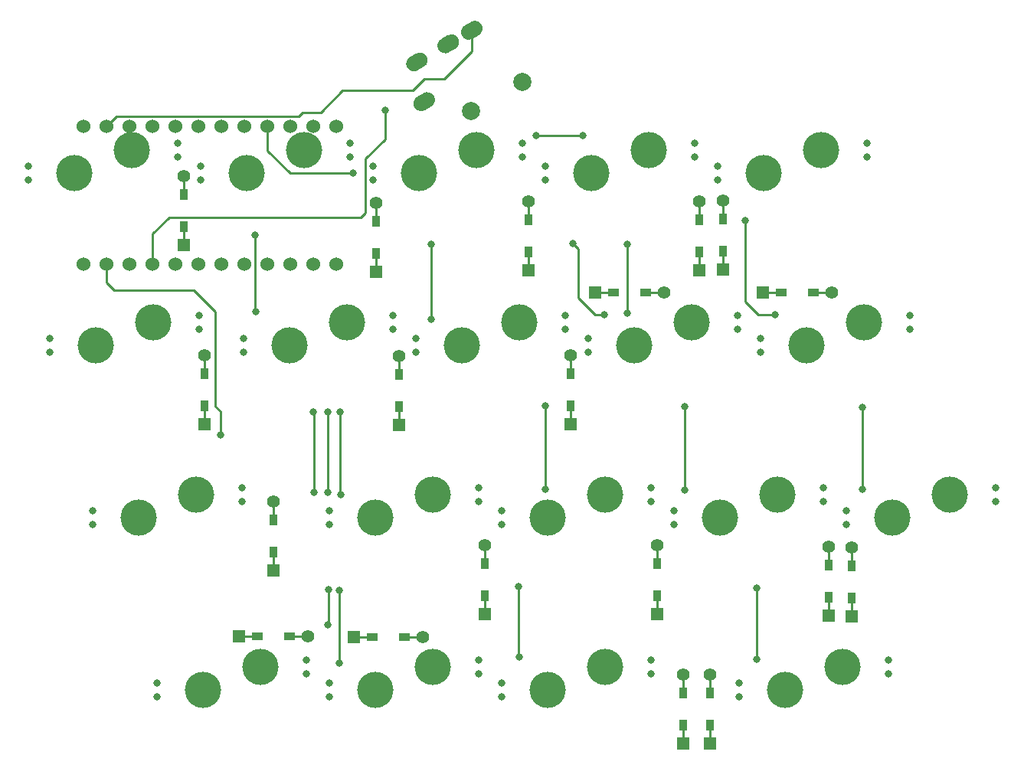
<source format=gbr>
G04 #@! TF.GenerationSoftware,KiCad,Pcbnew,(5.1.6-0-10_14)*
G04 #@! TF.CreationDate,2022-03-05T18:22:03+09:00*
G04 #@! TF.ProjectId,cool936,636f6f6c-3933-4362-9e6b-696361645f70,rev?*
G04 #@! TF.SameCoordinates,Original*
G04 #@! TF.FileFunction,Copper,L1,Top*
G04 #@! TF.FilePolarity,Positive*
%FSLAX46Y46*%
G04 Gerber Fmt 4.6, Leading zero omitted, Abs format (unit mm)*
G04 Created by KiCad (PCBNEW (5.1.6-0-10_14)) date 2022-03-05 18:22:03*
%MOMM*%
%LPD*%
G01*
G04 APERTURE LIST*
G04 #@! TA.AperFunction,ComponentPad*
%ADD10C,2.000000*%
G04 #@! TD*
G04 #@! TA.AperFunction,ViaPad*
%ADD11C,4.000000*%
G04 #@! TD*
G04 #@! TA.AperFunction,ViaPad*
%ADD12C,0.800000*%
G04 #@! TD*
G04 #@! TA.AperFunction,ComponentPad*
%ADD13C,1.524000*%
G04 #@! TD*
G04 #@! TA.AperFunction,SMDPad,CuDef*
%ADD14R,0.950000X1.300000*%
G04 #@! TD*
G04 #@! TA.AperFunction,ComponentPad*
%ADD15C,1.397000*%
G04 #@! TD*
G04 #@! TA.AperFunction,ComponentPad*
%ADD16R,1.397000X1.397000*%
G04 #@! TD*
G04 #@! TA.AperFunction,SMDPad,CuDef*
%ADD17R,1.300000X0.950000*%
G04 #@! TD*
G04 #@! TA.AperFunction,Conductor*
%ADD18C,0.250000*%
G04 #@! TD*
G04 APERTURE END LIST*
D10*
X74324583Y12685000D03*
X68695417Y9435000D03*
D11*
X38259000Y-33020000D03*
X31909000Y-35560000D03*
D12*
X26829000Y-34798000D03*
X43339000Y-32258000D03*
X26829000Y-36322000D03*
X43339000Y-33782000D03*
D11*
X45402500Y-52070000D03*
X39052500Y-54610000D03*
D12*
X33972500Y-53848000D03*
X50482500Y-51308000D03*
X33972500Y-55372000D03*
X50482500Y-52832000D03*
D11*
X33496000Y-13970000D03*
X27146000Y-16510000D03*
D12*
X22066000Y-15748000D03*
X38576000Y-13208000D03*
X22066000Y-17272000D03*
X38576000Y-14732000D03*
D11*
X88265000Y5080000D03*
X81915000Y2540000D03*
D12*
X76835000Y3302000D03*
X93345000Y5842000D03*
X76835000Y1778000D03*
X93345000Y4318000D03*
D11*
X83502500Y-52070000D03*
X77152500Y-54610000D03*
D12*
X72072500Y-53848000D03*
X88582500Y-51308000D03*
X72072500Y-55372000D03*
X88582500Y-52832000D03*
D11*
X64452500Y-52070000D03*
X58102500Y-54610000D03*
D12*
X53022500Y-53848000D03*
X69532500Y-51308000D03*
X53022500Y-55372000D03*
X69532500Y-52832000D03*
G04 #@! TA.AperFunction,ComponentPad*
G36*
G01*
X69513526Y17822531D02*
X68820706Y17422531D01*
G75*
G02*
X67659584Y17733653I-425000J736122D01*
G01*
X67659584Y17733653D01*
G75*
G02*
X67970706Y18894775I736122J425000D01*
G01*
X68663526Y19294775D01*
G75*
G02*
X69824648Y18983653I425000J-736122D01*
G01*
X69824648Y18983653D01*
G75*
G02*
X69513526Y17822531I-736122J-425000D01*
G01*
G37*
G04 #@! TD.AperFunction*
G04 #@! TA.AperFunction,ComponentPad*
G36*
G01*
X66915450Y16322531D02*
X66222630Y15922531D01*
G75*
G02*
X65061508Y16233653I-425000J736122D01*
G01*
X65061508Y16233653D01*
G75*
G02*
X65372630Y17394775I736122J425000D01*
G01*
X66065450Y17794775D01*
G75*
G02*
X67226572Y17483653I425000J-736122D01*
G01*
X67226572Y17483653D01*
G75*
G02*
X66915450Y16322531I-736122J-425000D01*
G01*
G37*
G04 #@! TD.AperFunction*
G04 #@! TA.AperFunction,ComponentPad*
G36*
G01*
X63451348Y14322531D02*
X62758528Y13922531D01*
G75*
G02*
X61597406Y14233653I-425000J736122D01*
G01*
X61597406Y14233653D01*
G75*
G02*
X61908528Y15394775I736122J425000D01*
G01*
X62601348Y15794775D01*
G75*
G02*
X63762470Y15483653I425000J-736122D01*
G01*
X63762470Y15483653D01*
G75*
G02*
X63451348Y14322531I-736122J-425000D01*
G01*
G37*
G04 #@! TD.AperFunction*
G04 #@! TA.AperFunction,ComponentPad*
G36*
G01*
X64252310Y9935225D02*
X63559490Y9535225D01*
G75*
G02*
X62398368Y9846347I-425000J736122D01*
G01*
X62398368Y9846347D01*
G75*
G02*
X62709490Y11007469I736122J425000D01*
G01*
X63402310Y11407469D01*
G75*
G02*
X64563432Y11096347I425000J-736122D01*
G01*
X64563432Y11096347D01*
G75*
G02*
X64252310Y9935225I-736122J-425000D01*
G01*
G37*
G04 #@! TD.AperFunction*
D13*
X25852000Y-7518600D03*
X28392000Y-7518600D03*
X30932000Y-7518600D03*
X33472000Y-7518600D03*
X36012000Y-7518600D03*
X38552000Y-7518600D03*
X41092000Y-7518600D03*
X43632000Y-7518600D03*
X46172000Y-7518600D03*
X48712000Y-7518600D03*
X51252000Y-7518600D03*
X53792000Y-7518600D03*
X53792000Y7701400D03*
X51252000Y7701400D03*
X48712000Y7701400D03*
X46172000Y7701400D03*
X43632000Y7701400D03*
X41092000Y7701400D03*
X38552000Y7701400D03*
X36012000Y7701400D03*
X33472000Y7701400D03*
X30932000Y7701400D03*
X28392000Y7701400D03*
X25852000Y7701400D03*
D11*
X102552500Y-33020000D03*
X96202500Y-35560000D03*
D12*
X91122500Y-34798000D03*
X107632500Y-32258000D03*
X91122500Y-36322000D03*
X107632500Y-33782000D03*
X114776500Y-52832000D03*
X98266500Y-55372000D03*
X114776500Y-51308000D03*
X98266500Y-53848000D03*
D11*
X103346500Y-54610000D03*
X109696500Y-52070000D03*
D14*
X36880000Y195000D03*
D15*
X36880000Y2230000D03*
D16*
X36880000Y-5390000D03*
D14*
X36880000Y-3355000D03*
X58200000Y-2735000D03*
D15*
X58200000Y-700000D03*
D16*
X58200000Y-8320000D03*
D14*
X58200000Y-6285000D03*
X75040000Y-2595000D03*
D15*
X75040000Y-560000D03*
D16*
X75040000Y-8180000D03*
D14*
X75040000Y-6145000D03*
X93900000Y-2625000D03*
D15*
X93900000Y-590000D03*
D16*
X93900000Y-8210000D03*
D14*
X93900000Y-6175000D03*
X96480000Y-2535000D03*
D15*
X96480000Y-500000D03*
D16*
X96480000Y-8120000D03*
D14*
X96480000Y-6085000D03*
D11*
X121602500Y-33020000D03*
X115252500Y-35560000D03*
D12*
X110172500Y-34798000D03*
X126682500Y-32258000D03*
X110172500Y-36322000D03*
X126682500Y-33782000D03*
D11*
X107315000Y5080000D03*
X100965000Y2540000D03*
D12*
X95885000Y3302000D03*
X112395000Y5842000D03*
X95885000Y1778000D03*
X112395000Y4318000D03*
D11*
X54927500Y-13970000D03*
X48577500Y-16510000D03*
D12*
X43497500Y-15748000D03*
X60007500Y-13208000D03*
X43497500Y-17272000D03*
X60007500Y-14732000D03*
D11*
X73977500Y-13970000D03*
X67627500Y-16510000D03*
D12*
X62547500Y-15748000D03*
X79057500Y-13208000D03*
X62547500Y-17272000D03*
X79057500Y-14732000D03*
D11*
X93027500Y-13970000D03*
X86677500Y-16510000D03*
D12*
X81597500Y-15748000D03*
X98107500Y-13208000D03*
X81597500Y-17272000D03*
X98107500Y-14732000D03*
D11*
X112077500Y-13970000D03*
X105727500Y-16510000D03*
D12*
X100647500Y-15748000D03*
X117157500Y-13208000D03*
X100647500Y-17272000D03*
X117157500Y-14732000D03*
D11*
X64452500Y-33020000D03*
X58102500Y-35560000D03*
D12*
X53022500Y-34798000D03*
X69532500Y-32258000D03*
X53022500Y-36322000D03*
X69532500Y-33782000D03*
D11*
X83502500Y-33020000D03*
X77152500Y-35560000D03*
D12*
X72072500Y-34798000D03*
X88582500Y-32258000D03*
X72072500Y-36322000D03*
X88582500Y-33782000D03*
D14*
X60690000Y-19695000D03*
D15*
X60690000Y-17660000D03*
D16*
X60690000Y-25280000D03*
D14*
X60690000Y-23245000D03*
X79700000Y-19645000D03*
D15*
X79700000Y-17610000D03*
D16*
X79700000Y-25230000D03*
D14*
X79700000Y-23195000D03*
D17*
X87925000Y-10620000D03*
D15*
X89960000Y-10620000D03*
D16*
X82340000Y-10620000D03*
D17*
X84375000Y-10620000D03*
X102965000Y-10620000D03*
D16*
X100930000Y-10620000D03*
D15*
X108550000Y-10620000D03*
D17*
X106515000Y-10620000D03*
D14*
X70160000Y-40605000D03*
D15*
X70160000Y-38570000D03*
D16*
X70160000Y-46190000D03*
D14*
X70160000Y-44155000D03*
X89230000Y-40645000D03*
D15*
X89230000Y-38610000D03*
D16*
X89230000Y-46230000D03*
D14*
X89230000Y-44195000D03*
X108220000Y-40795000D03*
D15*
X108220000Y-38760000D03*
D16*
X108220000Y-46380000D03*
D14*
X108220000Y-44345000D03*
X110750000Y-44375000D03*
D16*
X110750000Y-46410000D03*
D15*
X110750000Y-38790000D03*
D14*
X110750000Y-40825000D03*
D17*
X48555000Y-48660000D03*
D15*
X50590000Y-48660000D03*
D16*
X42970000Y-48660000D03*
D17*
X45005000Y-48660000D03*
X61305000Y-48730000D03*
D15*
X63340000Y-48730000D03*
D16*
X55720000Y-48730000D03*
D17*
X57755000Y-48730000D03*
D14*
X92090000Y-54905000D03*
D15*
X92090000Y-52870000D03*
D16*
X92090000Y-60490000D03*
D14*
X92090000Y-58455000D03*
X39220000Y-19615000D03*
D15*
X39220000Y-17580000D03*
D16*
X39220000Y-25200000D03*
D14*
X39220000Y-23165000D03*
X46790000Y-35765000D03*
D15*
X46790000Y-33730000D03*
D16*
X46790000Y-41350000D03*
D14*
X46790000Y-39315000D03*
X95100000Y-54905000D03*
D15*
X95100000Y-52870000D03*
D16*
X95100000Y-60490000D03*
D14*
X95100000Y-58455000D03*
D12*
X36195000Y4318000D03*
X19685000Y1778000D03*
X36195000Y5842000D03*
X19685000Y3302000D03*
D11*
X24765000Y2540000D03*
X31115000Y5080000D03*
X50165000Y5080000D03*
X43815000Y2540000D03*
D12*
X38735000Y3302000D03*
X55245000Y5842000D03*
X38735000Y1778000D03*
X55245000Y4318000D03*
D11*
X69215000Y5080000D03*
X62865000Y2540000D03*
D12*
X57785000Y3302000D03*
X74295000Y5842000D03*
X57785000Y1778000D03*
X74295000Y4318000D03*
X51270000Y-32720000D03*
X51230000Y-23860000D03*
X52870000Y-43480000D03*
X52820000Y-47370000D03*
X52790000Y-23800000D03*
X52790000Y-32720000D03*
X40960000Y-26370000D03*
X85960000Y-5340000D03*
X85960000Y-12940000D03*
X59140000Y9550000D03*
X44790000Y-4250000D03*
X44840000Y-12780000D03*
X54220000Y-23800000D03*
X54270000Y-32970000D03*
X54130000Y-43540000D03*
X54070000Y-51600000D03*
X55590000Y2540000D03*
X64220000Y-5290000D03*
X64290000Y-13600000D03*
X76870000Y-23190000D03*
X76870000Y-32410000D03*
X73900000Y-43150000D03*
X73960000Y-50910000D03*
X79900000Y-5250000D03*
X92240000Y-23210000D03*
X92300000Y-32490000D03*
X100240000Y-43320000D03*
X100240000Y-51190000D03*
X83420000Y-13130000D03*
X98950000Y-2670000D03*
X102290000Y-13110000D03*
X111920000Y-23310000D03*
X111940000Y-32410000D03*
X75850000Y6760000D03*
X81040000Y6730000D03*
D18*
X36880000Y2230000D02*
X36880000Y195000D01*
X58200000Y-700000D02*
X58200000Y-2735000D01*
X75040000Y-560000D02*
X75040000Y-2595000D01*
X93900000Y-590000D02*
X93900000Y-2625000D01*
X96480000Y-500000D02*
X96480000Y-2535000D01*
X60690000Y-17660000D02*
X60690000Y-19695000D01*
X79700000Y-17610000D02*
X79700000Y-19645000D01*
X89960000Y-10620000D02*
X87925000Y-10620000D01*
X106515000Y-10620000D02*
X108550000Y-10620000D01*
X70160000Y-38570000D02*
X70160000Y-40605000D01*
X89230000Y-38610000D02*
X89230000Y-40645000D01*
X108220000Y-38760000D02*
X108220000Y-40795000D01*
X110750000Y-40825000D02*
X110750000Y-38790000D01*
X50590000Y-48660000D02*
X48555000Y-48660000D01*
X61305000Y-48730000D02*
X63340000Y-48730000D01*
X92090000Y-54905000D02*
X92090000Y-52870000D01*
X39220000Y-17580000D02*
X39220000Y-19615000D01*
X46790000Y-33730000D02*
X46790000Y-35765000D01*
X95100000Y-52870000D02*
X95100000Y-54905000D01*
X93900000Y-6175000D02*
X93900000Y-8210000D01*
X96480000Y-6085000D02*
X96480000Y-8120000D01*
X36880000Y-3355000D02*
X36880000Y-5390000D01*
X58200000Y-6285000D02*
X58200000Y-8320000D01*
X75040000Y-6145000D02*
X75040000Y-8180000D01*
X100930000Y-10620000D02*
X102965000Y-10620000D01*
X84375000Y-10620000D02*
X82340000Y-10620000D01*
X79700000Y-23195000D02*
X79700000Y-25230000D01*
X60690000Y-23245000D02*
X60690000Y-25280000D01*
X39220000Y-23165000D02*
X39220000Y-25200000D01*
X70160000Y-44155000D02*
X70160000Y-46190000D01*
X89230000Y-44195000D02*
X89230000Y-46230000D01*
X108220000Y-44345000D02*
X108220000Y-46380000D01*
X110750000Y-46410000D02*
X110750000Y-44375000D01*
X51270000Y-23900000D02*
X51230000Y-23860000D01*
X51270000Y-32720000D02*
X51270000Y-23900000D01*
X46790000Y-39315000D02*
X46790000Y-41350000D01*
X52870000Y-47320000D02*
X52820000Y-47370000D01*
X52870000Y-43480000D02*
X52870000Y-47320000D01*
X95100000Y-58455000D02*
X95100000Y-60490000D01*
X92090000Y-60490000D02*
X92090000Y-58455000D01*
X55720000Y-48730000D02*
X57755000Y-48730000D01*
X45005000Y-48660000D02*
X42970000Y-48660000D01*
X52790000Y-23800000D02*
X52790000Y-32720000D01*
X50061374Y9271374D02*
X52031374Y9271374D01*
X52031374Y9271374D02*
X54470000Y11710000D01*
X63524999Y13014999D02*
X65732785Y13014999D01*
X68742116Y16024330D02*
X68742116Y18358653D01*
X65732785Y13014999D02*
X68742116Y16024330D01*
X62220000Y11710000D02*
X63524999Y13014999D01*
X54470000Y11710000D02*
X62220000Y11710000D01*
X28392000Y7701400D02*
X29239001Y8548401D01*
X28392000Y7701400D02*
X29500600Y8810000D01*
X49600001Y8810000D02*
X50061375Y9271374D01*
X29500600Y8810000D02*
X49600001Y8810000D01*
X85960000Y-5340000D02*
X85960000Y-12940000D01*
X40960000Y-23790000D02*
X40960000Y-26370000D01*
X40420000Y-23250000D02*
X40960000Y-23790000D01*
X38010000Y-10350000D02*
X40420000Y-12760000D01*
X29200000Y-10350000D02*
X38010000Y-10350000D01*
X28392000Y-9542000D02*
X29200000Y-10350000D01*
X40420000Y-12760000D02*
X40420000Y-23250000D01*
X28392000Y-7518600D02*
X28392000Y-9542000D01*
X59140000Y9550000D02*
X59140000Y6330000D01*
X59140000Y6330000D02*
X56980000Y4170000D01*
X56980000Y4170000D02*
X56980000Y-1820000D01*
X56481099Y-2318901D02*
X35301099Y-2318901D01*
X56980000Y-1820000D02*
X56481099Y-2318901D01*
X35301099Y-2318901D02*
X33472000Y-4148000D01*
X33472000Y-4148000D02*
X33472000Y-7518600D01*
X44810000Y-4270000D02*
X44790000Y-4250000D01*
X44810000Y-4990000D02*
X44810000Y-4270000D01*
X44810000Y-12750000D02*
X44840000Y-12780000D01*
X44810000Y-9620000D02*
X44810000Y-12750000D01*
X54220000Y-32920000D02*
X54270000Y-32970000D01*
X54220000Y-23800000D02*
X54220000Y-32920000D01*
X54130000Y-51540000D02*
X54070000Y-51600000D01*
X54130000Y-43540000D02*
X54130000Y-51540000D01*
X44810000Y-9620000D02*
X44810000Y-4990000D01*
X64220000Y-13530000D02*
X64290000Y-13600000D01*
X64220000Y-5290000D02*
X64220000Y-13530000D01*
X76870000Y-23190000D02*
X76870000Y-32410000D01*
X73900000Y-50850000D02*
X73960000Y-50910000D01*
X73900000Y-43150000D02*
X73900000Y-50850000D01*
X46172000Y5058000D02*
X48690000Y2540000D01*
X48690000Y2540000D02*
X55590000Y2540000D01*
X46172000Y7701400D02*
X46172000Y5058000D01*
X80490000Y-11260000D02*
X82360000Y-13130000D01*
X79900000Y-5250000D02*
X80490000Y-5840000D01*
X92240000Y-32430000D02*
X92300000Y-32490000D01*
X92240000Y-23210000D02*
X92240000Y-32430000D01*
X100240000Y-43320000D02*
X100240000Y-51190000D01*
X80490000Y-5840000D02*
X80490000Y-11260000D01*
X82360000Y-13130000D02*
X83420000Y-13130000D01*
X98950000Y-5330000D02*
X98950000Y-2670000D01*
X98950000Y-5330000D02*
X98950000Y-11660000D01*
X100400000Y-13110000D02*
X102290000Y-13110000D01*
X98950000Y-11660000D02*
X100400000Y-13110000D01*
X111920000Y-32390000D02*
X111940000Y-32410000D01*
X111920000Y-23310000D02*
X111920000Y-32390000D01*
X81010000Y6760000D02*
X81040000Y6730000D01*
X75850000Y6760000D02*
X81010000Y6760000D01*
M02*

</source>
